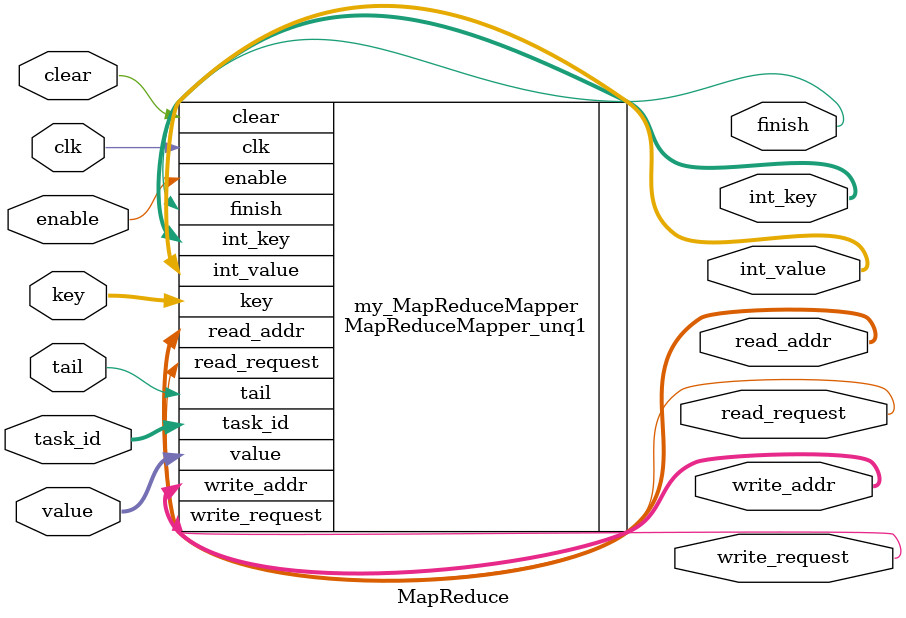
<source format=v>




module MapReduce (
//For Mapper
	input enable, 
	input [31:0] task_id,
	input [39:0] key,
	input [7:0] value,
	input clk,
	input tail,
	input clear,
	output finish, 
	output read_request,
	output  write_request,
	output [39:0] int_key,
	output [31:0] int_value,
	output [31:0] read_addr,
	output [31:0] write_addr
/*
//For Reducer
	input enable, 
	input [31:0] task_id,
	input [39:0] int_key,
	input [39:0] search_key,
	input [31:0] int_value,
	input clk,
	output finish, 
	output read_request,
	output write_request,
	output [31:0] result,
	output [31:0] read_addr,
	output [31:0] write_addr
*/
);

//empty module
	MapReduceMapper_unq1  my_MapReduceMapper(.enable(enable), .task_id(task_id), .key(key), .value(value), .clk(clk), .clear(clear), .tail(tail), .finish(finish), .read_request(read_request), .write_request(write_request), .int_key(int_key), .int_value(int_value), .read_addr(read_addr), .write_addr(write_addr));
/*
	MapReduceReducer_unq1  my_MapReduceReducer(.enable(enable), .task_id(task_id), .int_key(int_key), .search_key(search_key), .int_value(int_value), .clk(clk), .finish(finish), .read_request(read_request), .write_request(write_request), .result(result), .read_addr(read_addr), .write_addr(write_addr));
*/
endmodule: MapReduce
	

			

</source>
